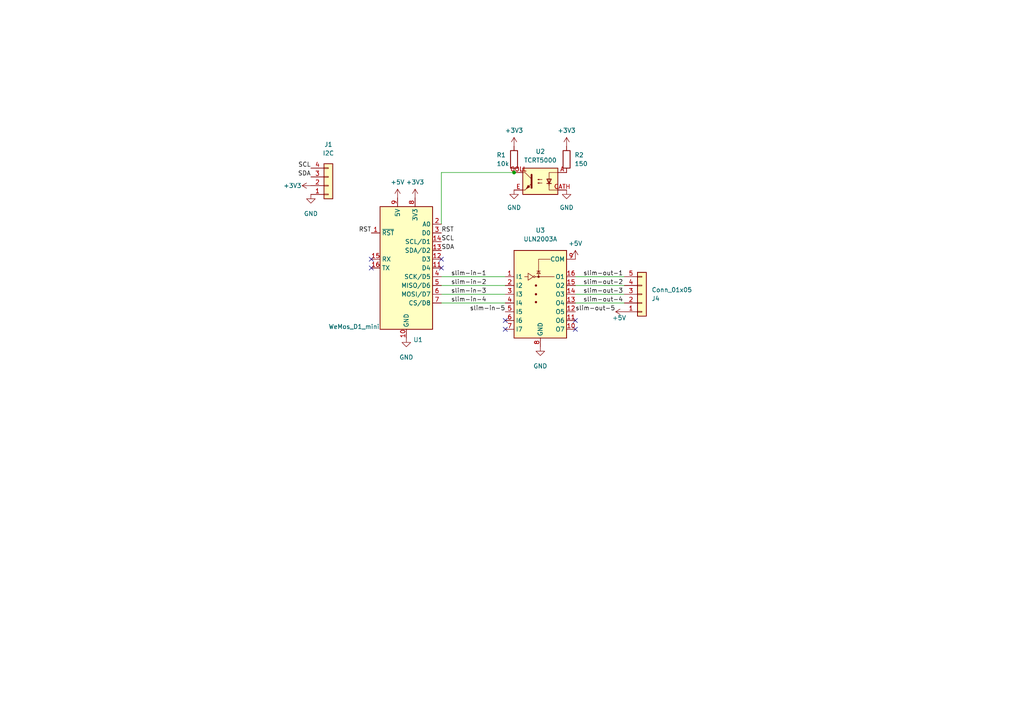
<source format=kicad_sch>
(kicad_sch (version 20211123) (generator eeschema)
  (paper "A4")
  (title_block (title "Kugelilift") (date "2023-12-14") (rev "v2.1") (company "Besmer Labs"))
  (lib_symbols
    (symbol "Connector_Generic:Conn_01x04" (pin_names (offset 1.016) hide)
      (property "Reference" "J" (at 0 5.08 0))
      (property "Value" "Conn_01x04" (at 0 -7.62 0))
      (symbol "Conn_01x04_1_1"
        (rectangle (start -1.27 -4.953) (end 0 -5.207) (stroke (width 0.1524)))
        (rectangle (start -1.27 -2.413) (end 0 -2.667) (stroke (width 0.1524)))
        (rectangle (start -1.27 0.127) (end 0 -0.127) (stroke (width 0.1524)))
        (rectangle (start -1.27 2.667) (end 0 2.413) (stroke (width 0.1524)))
        (rectangle (start -1.27 3.81) (end 1.27 -6.35) (stroke (width 0.254)) (fill (type background)))
        (pin passive line (at -5.08 2.54 0) (length 3.81) (name "Pin_1") (number "1"))
        (pin passive line (at -5.08 0 0) (length 3.81) (name "Pin_2") (number "2"))
        (pin passive line (at -5.08 -2.54 0) (length 3.81) (name "Pin_3") (number "3"))
        (pin passive line (at -5.08 -5.08 0) (length 3.81) (name "Pin_4") (number "4"))
      )
    )
    (symbol "Connector_Generic:Conn_01x05" (pin_names (offset 1.016) hide)
      (property "Reference" "J" (at 0 7.62 0))
      (property "Value" "Conn_01x05" (at 0 -7.62 0))
      (symbol "Conn_01x05_1_1"
        (rectangle (start -1.27 -4.953) (end 0 -5.207) (stroke (width 0.1524)))
        (rectangle (start -1.27 -2.413) (end 0 -2.667) (stroke (width 0.1524)))
        (rectangle (start -1.27 0.127) (end 0 -0.127) (stroke (width 0.1524)))
        (rectangle (start -1.27 2.667) (end 0 2.413) (stroke (width 0.1524)))
        (rectangle (start -1.27 5.207) (end 0 4.953) (stroke (width 0.1524)))
        (rectangle (start -1.27 6.35) (end 1.27 -6.35) (stroke (width 0.254)) (fill (type background)))
        (pin passive line (at -5.08 5.08 0) (length 3.81) (name "Pin_1") (number "1"))
        (pin passive line (at -5.08 2.54 0) (length 3.81) (name "Pin_2") (number "2"))
        (pin passive line (at -5.08 0 0) (length 3.81) (name "Pin_3") (number "3"))
        (pin passive line (at -5.08 -2.54 0) (length 3.81) (name "Pin_4") (number "4"))
        (pin passive line (at -5.08 -5.08 0) (length 3.81) (name "Pin_5") (number "5"))
      )
    )
    (symbol "Device:R" (pin_numbers hide) (pin_names (offset 0))
      (property "Reference" "R" (at 2.032 0 90))
      (property "Value" "R" (at 0 0 90))
      (symbol "R_0_1"
        (rectangle (start -1.016 -2.54) (end 1.016 2.54) (stroke (width 0.254)))
      )
      (symbol "R_1_1"
        (pin passive line (at 0 3.81 270) (length 1.27) (name "~") (number "1"))
        (pin passive line (at 0 -3.81 90) (length 1.27) (name "~") (number "2"))
      )
    )
    (symbol "MCU_Module:WeMos_D1_mini"
      (property "Reference" "U" (at 3.81 19.05 0))
      (property "Value" "WeMos_D1_mini" (at 1.27 -19.05 0))
      (symbol "WeMos_D1_mini_1_1"
        (rectangle (start -7.62 17.78) (end 7.62 -17.78) (stroke (width 0.254)) (fill (type background)))
        (pin input line (at -10.16 10.16 0) (length 2.54) (name "~{RST}") (number "1"))
        (pin power_in line (at 0 -20.32 90) (length 2.54) (name "GND") (number "10"))
        (pin bidirectional line (at 10.16 0 180) (length 2.54) (name "D4") (number "11"))
        (pin bidirectional line (at 10.16 2.54 180) (length 2.54) (name "D3") (number "12"))
        (pin bidirectional line (at 10.16 5.08 180) (length 2.54) (name "SDA/D2") (number "13"))
        (pin bidirectional line (at 10.16 7.62 180) (length 2.54) (name "SCL/D1") (number "14"))
        (pin input line (at -10.16 2.54 0) (length 2.54) (name "RX") (number "15"))
        (pin output line (at -10.16 0 0) (length 2.54) (name "TX") (number "16"))
        (pin input line (at 10.16 12.7 180) (length 2.54) (name "A0") (number "2"))
        (pin bidirectional line (at 10.16 10.16 180) (length 2.54) (name "D0") (number "3"))
        (pin bidirectional line (at 10.16 -2.54 180) (length 2.54) (name "SCK/D5") (number "4"))
        (pin bidirectional line (at 10.16 -5.08 180) (length 2.54) (name "MISO/D6") (number "5"))
        (pin bidirectional line (at 10.16 -7.62 180) (length 2.54) (name "MOSI/D7") (number "6"))
        (pin bidirectional line (at 10.16 -10.16 180) (length 2.54) (name "CS/D8") (number "7"))
        (pin power_out line (at 2.54 20.32 270) (length 2.54) (name "3V3") (number "8"))
        (pin power_in line (at -2.54 20.32 270) (length 2.54) (name "5V") (number "9"))
      )
    )
    (symbol "Transistor_Array:ULN2003A"
      (property "Reference" "U" (at 0 15.875 0))
      (property "Value" "ULN2003A" (at 0 13.97 0))
      (symbol "ULN2003A_0_1"
        (rectangle (start -7.62 -12.7) (end 7.62 12.7) (stroke (width 0.254)) (fill (type background)))
        (circle (center -1.778 5.08) (radius 0.254))
        (circle (center -1.27 -2.286) (radius 0.254) (fill (type outline)))
        (circle (center -1.27 0) (radius 0.254) (fill (type outline)))
        (circle (center -1.27 2.54) (radius 0.254) (fill (type outline)))
        (circle (center -0.508 5.08) (radius 0.254) (fill (type outline)))
        (polyline (pts (xy -4.572 5.08) (xy -3.556 5.08)))
        (polyline (pts (xy -1.524 5.08) (xy 4.064 5.08)))
        (polyline (pts (xy 0 6.731) (xy -1.016 6.731)))
        (polyline (pts (xy -0.508 5.08) (xy -0.508 10.16) (xy 2.921 10.16)))
        (polyline (pts (xy -3.556 6.096) (xy -3.556 4.064) (xy -2.032 5.08) (xy -3.556 6.096)))
        (polyline (pts (xy 0 5.969) (xy -1.016 5.969) (xy -0.508 6.731) (xy 0 5.969)))
      )
      (symbol "ULN2003A_1_1"
        (pin input line (at -10.16 5.08 0) (length 2.54) (name "I1") (number "1"))
        (pin open_collector line (at 10.16 -10.16 180) (length 2.54) (name "O7") (number "10"))
        (pin open_collector line (at 10.16 -7.62 180) (length 2.54) (name "O6") (number "11"))
        (pin open_collector line (at 10.16 -5.08 180) (length 2.54) (name "O5") (number "12"))
        (pin open_collector line (at 10.16 -2.54 180) (length 2.54) (name "O4") (number "13"))
        (pin open_collector line (at 10.16 0 180) (length 2.54) (name "O3") (number "14"))
        (pin open_collector line (at 10.16 2.54 180) (length 2.54) (name "O2") (number "15"))
        (pin open_collector line (at 10.16 5.08 180) (length 2.54) (name "O1") (number "16"))
        (pin input line (at -10.16 2.54 0) (length 2.54) (name "I2") (number "2"))
        (pin input line (at -10.16 0 0) (length 2.54) (name "I3") (number "3"))
        (pin input line (at -10.16 -2.54 0) (length 2.54) (name "I4") (number "4"))
        (pin input line (at -10.16 -5.08 0) (length 2.54) (name "I5") (number "5"))
        (pin input line (at -10.16 -7.62 0) (length 2.54) (name "I6") (number "6"))
        (pin input line (at -10.16 -10.16 0) (length 2.54) (name "I7") (number "7"))
        (pin power_in line (at 0 -15.24 90) (length 2.54) (name "GND") (number "8"))
        (pin passive line (at 10.16 10.16 180) (length 2.54) (name "COM") (number "9"))
      )
    )
    (symbol "power:+3V3" (power) (pin_names (offset 0))
      (property "Value" "+3V3" (at 0 3.556 0))
      (symbol "+3V3_0_1"
        (polyline (pts (xy -0.762 1.27) (xy 0 2.54)))
        (polyline (pts (xy 0 0) (xy 0 2.54)))
        (polyline (pts (xy 0 2.54) (xy 0.762 1.27)))
      )
      (symbol "+3V3_1_1"
        (pin power_in line (at 0 0 90) (length 0) hide (name "+3V3") (number "1"))
      )
    )
    (symbol "power:+5V" (power) (pin_names (offset 0))
      (property "Value" "+5V" (at 0 3.556 0))
      (symbol "+5V_0_1"
        (polyline (pts (xy -0.762 1.27) (xy 0 2.54)))
        (polyline (pts (xy 0 0) (xy 0 2.54)))
        (polyline (pts (xy 0 2.54) (xy 0.762 1.27)))
      )
      (symbol "+5V_1_1"
        (pin power_in line (at 0 0 90) (length 0) hide (name "+5V") (number "1"))
      )
    )
    (symbol "power:GND" (power) (pin_names (offset 0))
      (property "Value" "GND" (at 0 -3.81 0))
      (symbol "GND_0_1"
        (polyline (pts (xy 0 0) (xy 0 -1.27) (xy 1.27 -1.27) (xy 0 -2.54) (xy -1.27 -1.27) (xy 0 -1.27)))
      )
      (symbol "GND_1_1"
        (pin power_in line (at 0 0 270) (length 0) hide (name "GND") (number "1"))
      )
    )
    (symbol "tcrt5000:TCRT5000"
      (property "Reference" "U" (at 0 5.08 0))
      (property "Value" "TCRT5000" (at 0 -5.08 0))
      (symbol "TCRT5000_0_1"
        (rectangle (start -5.08 3.81) (end 5.08 -3.81) (stroke (width 0.254)) (fill (type background)))
        (polyline (pts (xy -3.175 -0.635) (xy -1.905 -0.635)) (stroke (width 0.254)))
        (polyline (pts (xy 2.54 0.635) (xy 4.445 2.54)))
        (polyline (pts (xy 4.445 -2.54) (xy 2.54 -0.635)) (fill (type outline)))
        (polyline (pts (xy 4.445 -2.54) (xy 5.08 -2.54)))
        (polyline (pts (xy 4.445 2.54) (xy 5.08 2.54)))
        (polyline (pts (xy -2.54 -0.635) (xy -2.54 -2.54) (xy -5.08 -2.54)))
        (polyline (pts (xy 2.54 1.905) (xy 2.54 -1.905) (xy 2.54 -1.905)) (stroke (width 0.508)))
        (polyline (pts (xy -5.08 2.54) (xy -2.54 2.54) (xy -2.54 -1.27) (xy -2.54 0.635)))
        (polyline (pts (xy -2.54 -0.635) (xy -3.175 0.635) (xy -1.905 0.635) (xy -2.54 -0.635)) (stroke (width 0.254)))
        (polyline (pts (xy -0.508 -0.508) (xy 0.762 -0.508) (xy 0.381 -0.635) (xy 0.381 -0.381) (xy 0.762 -0.508)))
        (polyline (pts (xy -0.508 0.508) (xy 0.762 0.508) (xy 0.381 0.381) (xy 0.381 0.635) (xy 0.762 0.508)))
        (polyline (pts (xy 3.048 -1.651) (xy 3.556 -1.143) (xy 4.064 -2.159) (xy 3.048 -1.651) (xy 3.048 -1.651)) (fill (type outline)))
      )
      (symbol "TCRT5000_1_1"
        (pin passive line (at -7.62 2.54 0) (length 2.54) (name "~") (number "A"))
        (pin passive line (at -7.62 -2.54 0) (length 2.54) (name "~") (number "CATH"))
        (pin passive line (at 7.62 2.54 180) (length 2.54) (name "~") (number "COLL"))
        (pin passive line (at 7.62 -2.54 180) (length 2.54) (name "~") (number "E"))
      )
    )
  )
  (junction (at 149.098 50.038))
  (no_connect (at 128.016 75.184))
  (no_connect (at 166.878 92.964))
  (no_connect (at 107.696 75.184))
  (no_connect (at 107.696 77.724))
  (no_connect (at 128.016 77.724))
  (no_connect (at 146.558 92.964))
  (no_connect (at 146.558 95.504))
  (no_connect (at 166.878 95.504))
  (wire (pts (xy 128.016 85.344) (xy 146.558 85.344)))
  (wire (pts (xy 166.878 85.344) (xy 181.102 85.344)))
  (wire (pts (xy 128.016 50.038) (xy 149.098 50.038)))
  (wire (pts (xy 166.878 82.804) (xy 181.102 82.804)))
  (wire (pts (xy 128.016 50.038) (xy 128.016 65.024)))
  (wire (pts (xy 166.878 87.884) (xy 181.102 87.884)))
  (wire (pts (xy 128.016 87.884) (xy 146.558 87.884)))
  (wire (pts (xy 166.878 80.264) (xy 181.102 80.264)))
  (wire (pts (xy 128.016 80.264) (xy 146.558 80.264)))
  (wire (pts (xy 128.016 82.804) (xy 146.558 82.804)))
  (label "RST" (at 107.696 67.564 180))
  (label "slim-out-4" (at 169.164 87.884 0))
  (label "slim-out-1" (at 169.164 80.264 0))
  (label "slim-out-2" (at 169.164 82.804 0))
  (label "SCL" (at 90.17 48.768 180))
  (label "RST" (at 128.016 67.564 0))
  (label "slim-out-3" (at 169.164 85.344 0))
  (label "slim-in-5" (at 146.558 90.424 180))
  (label "slim-in-3" (at 130.81 85.344 0))
  (label "slim-in-1" (at 130.81 80.264 0))
  (label "slim-in-4" (at 130.81 87.884 0))
  (label "slim-in-2" (at 130.81 82.804 0))
  (label "SDA" (at 90.17 51.308 180))
  (label "slim-out-5" (at 166.878 90.424 0))
  (label "SCL" (at 128.016 70.104 0))
  (label "SDA" (at 128.016 72.644 0))
  (symbol (lib_id "Connector_Generic:Conn_01x05") (at 186.182 85.344 0) (mirror x) (unit 1)
    (property "Reference" "J4" (at 188.976 86.6141 0) (effects (justify left)))
    (property "Value" "Conn_01x05" (at 188.976 84.0741 0) (effects (justify left)))
    (property "Footprint" "Connector_JST:JST_EH_S5B-EH_1x05_P2.50mm_Horizontal" (effects hide))
  )
  (symbol (lib_id "power:+5V") (at 181.102 90.424 90) (mirror x) (unit 1)
    (property "Reference" "#PWR0115" (effects hide))
    (property "Value" "+5V" (at 177.546 92.202 90) (effects (justify right)))
  )
  (symbol (lib_id "Connector_Generic:Conn_01x04") (at 95.25 53.848 0) (mirror x) (unit 1)
    (property "Reference" "J1" (at 95.25 41.91 0))
    (property "Value" "I2C" (at 95.25 44.45 0))
    (property "Footprint" "Connector_PinHeader_2.54mm:PinHeader_1x04_P2.54mm_Vertical" (effects hide))
  )
  (symbol (lib_id "Transistor_Array:ULN2003A") (at 156.718 85.344 0) (unit 1)
    (property "Reference" "U3" (at 156.718 66.802 0))
    (property "Value" "ULN2003A" (at 156.718 69.342 0))
    (property "Footprint" "Package_SO:SOP-16_4.55x10.3mm_P1.27mm" (effects hide))
    (property "Datasheet" "http://www.ti.com/lit/ds/symlink/uln2003a.pdf" (effects hide))
  )
  (symbol (lib_id "power:+3V3") (at 149.098 42.418 0) (mirror y) (unit 1)
    (property "Reference" "#PWR0101" (effects hide))
    (property "Value" "+3V3" (at 149.098 37.846 0))
  )
  (symbol (lib_id "power:+3V3") (at 90.17 53.848 90) (unit 1)
    (property "Reference" "#PWR0108" (effects hide))
    (property "Value" "+3V3" (at 82.169 53.848 90) (effects (justify right)))
  )
  (symbol (lib_id "power:GND") (at 149.098 55.118 0) (unit 1)
    (property "Reference" "#PWR0104" (effects hide))
    (property "Value" "GND" (at 149.098 60.198 0))
  )
  (symbol (lib_id "power:+3V3") (at 120.396 57.404 0) (unit 1)
    (property "Reference" "#PWR0107" (effects hide))
    (property "Value" "+3V3" (at 120.396 52.832 0))
  )
  (symbol (lib_id "power:+5V") (at 115.316 57.404 0) (unit 1)
    (property "Reference" "#PWR0105" (effects hide))
    (property "Value" "+5V" (at 115.316 52.832 0))
  )
  (symbol (lib_id "power:+3V3") (at 164.338 42.418 0) (mirror y) (unit 1)
    (property "Reference" "#PWR0102" (effects hide))
    (property "Value" "+3V3" (at 164.338 37.846 0))
  )
  (symbol (lib_id "MCU_Module:WeMos_D1_mini") (at 117.856 77.724 0) (unit 1)
    (property "Reference" "U1" (at 119.8754 98.552 0) (effects (justify left)))
    (property "Value" "WeMos_D1_mini" (at 95.25 94.742 0) (effects (justify left)))
    (property "Footprint" "Module:WEMOS_D1_mini_light" (effects hide))
    (property "Datasheet" "https://wiki.wemos.cc/products:d1:d1_mini#documentation" (effects hide))
  )
  (symbol (lib_id "Device:R") (at 164.338 46.228 0) (unit 1)
    (property "Reference" "R2" (at 166.624 44.9579 0) (effects (justify left)))
    (property "Value" "150" (at 166.624 47.4979 0) (effects (justify left)))
    (property "Footprint" "Resistor_THT:R_Axial_DIN0207_L6.3mm_D2.5mm_P7.62mm_Horizontal" (effects hide))
  )
  (symbol (lib_id "power:GND") (at 164.338 55.118 0) (unit 1)
    (property "Reference" "#PWR0103" (effects hide))
    (property "Value" "GND" (at 164.338 60.198 0))
  )
  (symbol (lib_id "power:GND") (at 90.17 56.388 0) (unit 1)
    (property "Reference" "#PWR0109" (effects hide))
    (property "Value" "GND" (at 90.17 61.976 0))
  )
  (symbol (lib_id "power:GND") (at 156.718 100.584 0) (unit 1)
    (property "Reference" "#PWR0113" (effects hide))
    (property "Value" "GND" (at 156.718 106.172 0))
  )
  (symbol (lib_id "tcrt5000:TCRT5000") (at 156.718 52.578 0) (mirror y) (unit 1)
    (property "Reference" "U2" (at 156.718 43.942 0))
    (property "Value" "TCRT5000" (at 156.718 46.482 0))
    (property "Footprint" "tcrt5000:tcrt5000" (effects hide))
    (property "Datasheet" "https://www.vishay.com/docs/83760/tcrt5000.pdf" (effects hide))
  )
  (symbol (lib_id "power:+5V") (at 166.878 75.184 0) (unit 1)
    (property "Reference" "#PWR0111" (effects hide))
    (property "Value" "+5V" (at 166.878 70.612 0))
  )
  (symbol (lib_id "power:GND") (at 117.856 98.044 0) (unit 1)
    (property "Reference" "#PWR0106" (effects hide))
    (property "Value" "GND" (at 117.856 103.632 0))
  )
  (symbol (lib_id "Device:R") (at 149.098 46.228 0) (unit 1)
    (property "Reference" "R1" (at 144.018 44.958 0) (effects (justify left)))
    (property "Value" "10k" (at 144.018 47.498 0) (effects (justify left)))
    (property "Footprint" "Resistor_THT:R_Axial_DIN0207_L6.3mm_D2.5mm_P10.16mm_Horizontal" (effects hide))
  )
)
</source>
